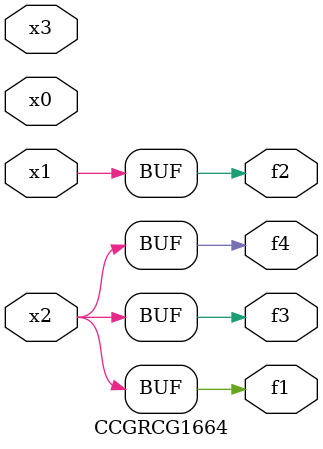
<source format=v>
module CCGRCG1664(
	input x0, x1, x2, x3,
	output f1, f2, f3, f4
);
	assign f1 = x2;
	assign f2 = x1;
	assign f3 = x2;
	assign f4 = x2;
endmodule

</source>
